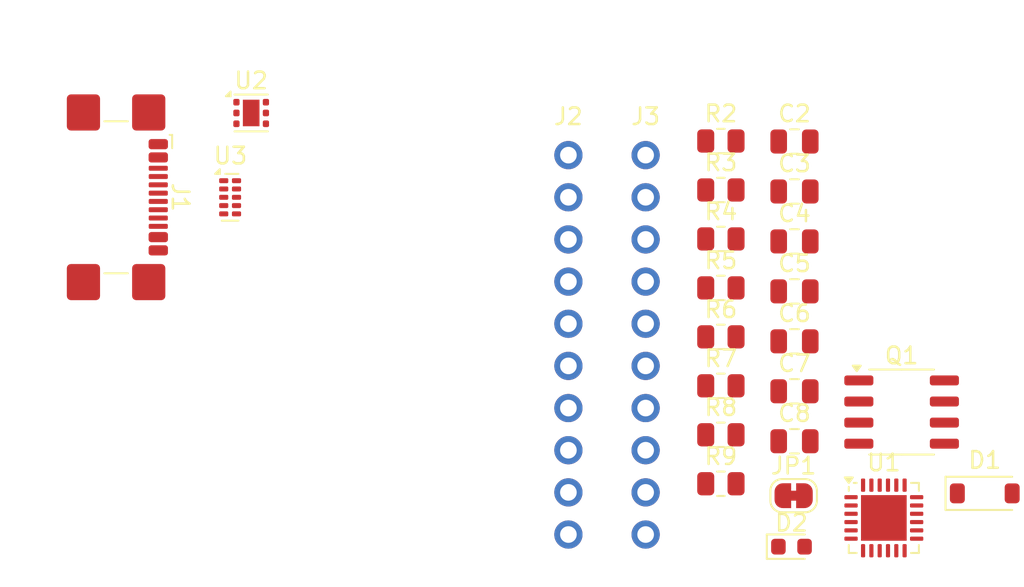
<source format=kicad_pcb>
(kicad_pcb (version 20240108) (generator "pcbnew") (generator_version "8.0")
  (layers (0 "F.Cu" signal) (31 "B.Cu" signal) (34 "B.Paste" user) (35 "F.Paste" user) (36 "B.SilkS" user "B.Silkscreen") (37 "F.SilkS" user "F.Silkscreen") (38 "B.Mask" user) (39 "F.Mask" user) (44 "Edge.Cuts" user))
  (net 0 "")
  (net 1 "VBUS")
  (net 2 "/USB-C Connector and Protection/D-")
  (net 3 "/USB-C Connector and Protection/CC1")
  (net 4 "GND")
  (net 6 "/USB-C Connector and Protection/D+")
  (net 9 "/USB-C Connector and Protection/CC2")
  (net 18 "Net-(C7-Pad2)")
  (net 20 "VBUSOUT")
  (net 26 "VCCD")
  (net 27 "+3V3")
  (net 28 "Net-(D1-K)")
  (net 29 "Net-(D1-A)")
  (net 30 "Net-(D2-A)")
  (net 31 "/Main Sheet/VBUS_FET_EN")
  (net 32 "Net-(D2-K)")
  (net 53 "/Connector/FAULT")
  (net 54 "/Connector/FLIP")
  (net 55 "/Connector/SCL")
  (net 56 "/Connector/SDA")
  (net 57 "/Connector/ISNK_FINE")
  (net 58 "/Connector/ISNK_COARSE")
  (net 59 "/Connector/VBUS_MIN")
  (net 60 "/Connector/VBUS_MAX")
  (footprint "Capacitor_SMD:C_0805_2012Metric" (layer "F.Cu") (at 64.84 36.62)
    (property "Reference" "C6" (at 0 -1.68 0) (layer "F.SilkS"))
    (property "Value" "3u3")
    (fp_line (start -0.261252 -0.735) (end 0.261252 -0.735) (stroke (width 0.12)) (layer "F.SilkS"))
    (fp_line (start -0.261252 0.735) (end 0.261252 0.735) (stroke (width 0.12)) (layer "F.SilkS"))
    (pad "1" smd roundrect (at -0.95 0) (size 1 1.45) (layers "F.Cu" "F.Paste" "F.Mask") (net 1 "VBUS"))
    (pad "2" smd roundrect (at 0.95 0) (size 1 1.45) (layers "F.Cu" "F.Paste" "F.Mask") (net 4 "GND"))
  )
  (footprint "Connector_PinHeader_2.54mm:PinHeader_1x10_P2.54mm_Vertical" (layer "F.Cu") (at 55.88 25.4)
    (property "Reference" "J3" (at 0 -2.33 0) (layer "F.SilkS"))
    (property "Value" "Conn_01x10")
    (pad "1" thru_hole circle (at 0 0) (size 1.7 1.7) (drill 1) (layers "*.Cu" "*.Mask"))
    (pad "2" thru_hole oval (at 0 2.54) (size 1.7 1.7) (drill 1) (layers "*.Cu" "*.Mask"))
    (pad "3" thru_hole oval (at 0 5.08) (size 1.7 1.7) (drill 1) (layers "*.Cu" "*.Mask"))
    (pad "4" thru_hole oval (at 0 7.62) (size 1.7 1.7) (drill 1) (layers "*.Cu" "*.Mask"))
    (pad "5" thru_hole oval (at 0 10.16) (size 1.7 1.7) (drill 1) (layers "*.Cu" "*.Mask"))
    (pad "6" thru_hole oval (at 0 12.7) (size 1.7 1.7) (drill 1) (layers "*.Cu" "*.Mask"))
    (pad "7" thru_hole oval (at 0 15.24) (size 1.7 1.7) (drill 1) (layers "*.Cu" "*.Mask"))
    (pad "8" thru_hole oval (at 0 17.78) (size 1.7 1.7) (drill 1) (layers "*.Cu" "*.Mask"))
    (pad "9" thru_hole oval (at 0 20.32) (size 1.7 1.7) (drill 1) (layers "*.Cu" "*.Mask"))
    (pad "10" thru_hole oval (at 0 22.86) (size 1.7 1.7) (drill 1) (layers "*.Cu" "*.Mask"))
  )
  (footprint "Package_DFN_QFN:QFN-24-1EP_4x4mm_P0.5mm_EP2.75x2.75mm" (layer "F.Cu") (at 70.22 47.26)
    (property "Reference" "U1" (at 0 -3.33 0) (layer "F.SilkS"))
    (property "Value" "CYPD3177-24LQ")
    (fp_line (start -2.11 -1.635) (end -2.11 -1.87) (stroke (width 0.12)) (layer "F.SilkS"))
    (fp_line (start -2.11 2.11) (end -2.11 1.635) (stroke (width 0.12)) (layer "F.SilkS"))
    (fp_line (start -1.635 -2.11) (end -1.81 -2.11) (stroke (width 0.12)) (layer "F.SilkS"))
    (fp_line (start -1.635 2.11) (end -2.11 2.11) (stroke (width 0.12)) (layer "F.SilkS"))
    (fp_line (start 1.635 -2.11) (end 2.11 -2.11) (stroke (width 0.12)) (layer "F.SilkS"))
    (fp_line (start 1.635 2.11) (end 2.11 2.11) (stroke (width 0.12)) (layer "F.SilkS"))
    (fp_line (start 2.11 -2.11) (end 2.11 -1.635) (stroke (width 0.12)) (layer "F.SilkS"))
    (fp_line (start 2.11 2.11) (end 2.11 1.635) (stroke (width 0.12)) (layer "F.SilkS"))
    (fp_poly (pts (xy -2.11 -2.11) (xy -2.35 -2.44) (xy -1.87 -2.44) (xy -2.11 -2.11)) (stroke (width 0.12)) (fill solid) (layer "F.SilkS"))
    (pad "1" smd roundrect (at -1.975 -1.25) (size 0.8 0.25) (layers "F.Cu" "F.Paste" "F.Mask") (net 59 "/Connector/VBUS_MIN"))
    (pad "2" smd roundrect (at -1.975 -0.75) (size 0.8 0.25) (layers "F.Cu" "F.Paste" "F.Mask") (net 60 "/Connector/VBUS_MAX"))
    (pad "3" smd roundrect (at -1.975 -0.25) (size 0.8 0.25) (layers "F.Cu" "F.Paste" "F.Mask") (net 31 "/Main Sheet/VBUS_FET_EN"))
    (pad "4" smd roundrect (at -1.975 0.25) (size 0.8 0.25) (layers "F.Cu" "F.Paste" "F.Mask"))
    (pad "5" smd roundrect (at -1.975 0.75) (size 0.8 0.25) (layers "F.Cu" "F.Paste" "F.Mask") (net 58 "/Connector/ISNK_COARSE"))
    (pad "6" smd roundrect (at -1.975 1.25) (size 0.8 0.25) (layers "F.Cu" "F.Paste" "F.Mask") (net 57 "/Connector/ISNK_FINE"))
    (pad "7" smd roundrect (at -1.25 1.975) (size 0.25 0.8) (layers "F.Cu" "F.Paste" "F.Mask"))
    (pad "8" smd roundrect (at -0.75 1.975) (size 0.25 0.8) (layers "F.Cu" "F.Paste" "F.Mask"))
    (pad "9" smd roundrect (at -0.25 1.975) (size 0.25 0.8) (layers "F.Cu" "F.Paste" "F.Mask") (net 53 "/Connector/FAULT"))
    (pad "10" smd roundrect (at 0.25 1.975) (size 0.25 0.8) (layers "F.Cu" "F.Paste" "F.Mask") (net 54 "/Connector/FLIP"))
    (pad "11" smd roundrect (at 0.75 1.975) (size 0.25 0.8) (layers "F.Cu" "F.Paste" "F.Mask") (net 20 "VBUSOUT"))
    (pad "12" smd roundrect (at 1.25 1.975) (size 0.25 0.8) (layers "F.Cu" "F.Paste" "F.Mask") (net 56 "/Connector/SDA"))
    (pad "13" smd roundrect (at 1.975 1.25) (size 0.8 0.25) (layers "F.Cu" "F.Paste" "F.Mask") (net 55 "/Connector/SCL"))
    (pad "14" smd roundrect (at 1.975 0.75) (size 0.8 0.25) (layers "F.Cu" "F.Paste" "F.Mask") (net 9 "/USB-C Connector and Protection/CC2"))
    (pad "15" smd roundrect (at 1.975 0.25) (size 0.8 0.25) (layers "F.Cu" "F.Paste" "F.Mask") (net 3 "/USB-C Connector and Protection/CC1"))
    (pad "16" smd roundrect (at 1.975 -0.25) (size 0.8 0.25) (layers "F.Cu" "F.Paste" "F.Mask"))
    (pad "17" smd roundrect (at 1.975 -0.75) (size 0.8 0.25) (layers "F.Cu" "F.Paste" "F.Mask"))
    (pad "18" smd roundrect (at 1.975 -1.25) (size 0.8 0.25) (layers "F.Cu" "F.Paste" "F.Mask") (net 1 "VBUS"))
    (pad "19" smd roundrect (at 1.25 -1.975) (size 0.25 0.8) (layers "F.Cu" "F.Paste" "F.Mask") (net 4 "GND"))
    (pad "20" smd roundrect (at 0.75 -1.975) (size 0.25 0.8) (layers "F.Cu" "F.Paste" "F.Mask"))
    (pad "21" smd roundrect (at 0.25 -1.975) (size 0.25 0.8) (layers "F.Cu" "F.Paste" "F.Mask"))
    (pad "22" smd roundrect (at -0.25 -1.975) (size 0.25 0.8) (layers "F.Cu" "F.Paste" "F.Mask") (net 4 "GND"))
    (pad "23" smd roundrect (at -0.75 -1.975) (size 0.25 0.8) (layers "F.Cu" "F.Paste" "F.Mask") (net 27 "+3V3"))
    (pad "24" smd roundrect (at -1.25 -1.975) (size 0.25 0.8) (layers "F.Cu" "F.Paste" "F.Mask") (net 26 "VCCD"))
    (pad "25" smd rect (at 0 0) (size 2.75 2.75) (property pad_prop_heatsink) (layers "F.Cu" "F.Mask") (net 4 "GND"))
  )
  (footprint "Connector_USB:USB_C_Receptacle_GCT_USB4110" (layer "F.Cu") (at 22.86 27.94 -90)
    (property "Reference" "J1" (at 0 -5.015 -90) (layer "F.SilkS"))
    (property "Value" "USB_C_Receptacle_USB2.0_16P")
    (fp_line (start -4.58 -0.435) (end -4.58 -1.845) (stroke (width 0.12)) (layer "F.SilkS"))
    (fp_line (start 4.58 -0.435) (end 4.58 -1.845) (stroke (width 0.12)) (layer "F.SilkS"))
    (fp_line (start -3.76 -4.515) (end -3.76 -4.365) (stroke (width 0.12)) (layer "F.SilkS"))
    (fp_line (start -2.96 -4.515) (end -3.76 -4.515) (stroke (width 0.12)) (layer "F.SilkS"))
    (pad "" np_thru_hole circle (at -2.89 -2.605 270) (size 0.65 0.65) (drill 0.65) (layers "F&B.Cu" "*.Mask"))
    (pad "" np_thru_hole circle (at 2.89 -2.605 270) (size 0.65 0.65) (drill 0.65) (layers "F&B.Cu" "*.Mask"))
    (pad "A1" smd roundrect (at -3.2 -3.68 270) (size 0.6 1.15) (layers "F.Cu" "F.Paste" "F.Mask") (net 4 "GND"))
    (pad "A4" smd roundrect (at -2.4 -3.68 270) (size 0.6 1.15) (layers "F.Cu" "F.Paste" "F.Mask") (net 1 "VBUS"))
    (pad "A5" smd roundrect (at -1.25 -3.68 270) (size 0.3 1.15) (layers "F.Cu" "F.Paste" "F.Mask") (net 3 "/USB-C Connector and Protection/CC1"))
    (pad "A6" smd roundrect (at -0.25 -3.68 270) (size 0.3 1.15) (layers "F.Cu" "F.Paste" "F.Mask") (net 6 "/USB-C Connector and Protection/D+"))
    (pad "A7" smd roundrect (at 0.25 -3.68 270) (size 0.3 1.15) (layers "F.Cu" "F.Paste" "F.Mask") (net 2 "/USB-C Connector and Protection/D-"))
    (pad "A8" smd roundrect (at 1.25 -3.68 270) (size 0.3 1.15) (layers "F.Cu" "F.Paste" "F.Mask"))
    (pad "A9" smd roundrect (at 2.4 -3.68 270) (size 0.6 1.15) (layers "F.Cu" "F.Paste" "F.Mask") (net 1 "VBUS"))
    (pad "A12" smd roundrect (at 3.2 -3.68 270) (size 0.6 1.15) (layers "F.Cu" "F.Paste" "F.Mask") (net 4 "GND"))
    (pad "B1" smd roundrect (at 3.2 -3.68 270) (size 0.6 1.15) (layers "F.Cu" "F.Paste" "F.Mask") (net 4 "GND"))
    (pad "B4" smd roundrect (at 2.4 -3.68 270) (size 0.6 1.15) (layers "F.Cu" "F.Paste" "F.Mask") (net 1 "VBUS"))
    (pad "B5" smd roundrect (at 1.75 -3.68 270) (size 0.3 1.15) (layers "F.Cu" "F.Paste" "F.Mask") (net 9 "/USB-C Connector and Protection/CC2"))
    (pad "B6" smd roundrect (at 0.75 -3.68 270) (size 0.3 1.15) (layers "F.Cu" "F.Paste" "F.Mask") (net 6 "/USB-C Connector and Protection/D+"))
    (pad "B7" smd roundrect (at -0.75 -3.68 270) (size 0.3 1.15) (layers "F.Cu" "F.Paste" "F.Mask") (net 2 "/USB-C Connector and Protection/D-"))
    (pad "B8" smd roundrect (at -1.75 -3.68 270) (size 0.3 1.15) (layers "F.Cu" "F.Paste" "F.Mask"))
    (pad "B9" smd roundrect (at -2.4 -3.68 270) (size 0.6 1.15) (layers "F.Cu" "F.Paste" "F.Mask") (net 1 "VBUS"))
    (pad "B12" smd roundrect (at -3.2 -3.68 270) (size 0.6 1.15) (layers "F.Cu" "F.Paste" "F.Mask") (net 4 "GND"))
    (pad "S1" smd roundrect (at -5.11 -3.105 270) (size 2.18 2) (layers "F.Cu" "F.Paste" "F.Mask") (roundrect_rratio 0.125))
    (pad "S1" smd roundrect (at -5.11 0.825 270) (size 2.18 2) (layers "F.Cu" "F.Paste" "F.Mask") (roundrect_rratio 0.125))
    (pad "S1" smd roundrect (at 5.11 -3.105 270) (size 2.18 2) (layers "F.Cu" "F.Paste" "F.Mask") (roundrect_rratio 0.125))
    (pad "S1" smd roundrect (at 5.11 0.825 270) (size 2.18 2) (layers "F.Cu" "F.Paste" "F.Mask") (roundrect_rratio 0.125))
  )
  (footprint "Capacitor_SMD:C_0805_2012Metric" (layer "F.Cu") (at 64.84 27.59)
    (property "Reference" "C3" (at 0 -1.68 0) (layer "F.SilkS"))
    (property "Value" "1u")
    (fp_line (start -0.261252 -0.735) (end 0.261252 -0.735) (stroke (width 0.12)) (layer "F.SilkS"))
    (fp_line (start -0.261252 0.735) (end 0.261252 0.735) (stroke (width 0.12)) (layer "F.SilkS"))
    (pad "1" smd roundrect (at -0.95 0) (size 1 1.45) (layers "F.Cu" "F.Paste" "F.Mask") (net 27 "+3V3"))
    (pad "2" smd roundrect (at 0.95 0) (size 1 1.45) (layers "F.Cu" "F.Paste" "F.Mask") (net 4 "GND"))
  )
  (footprint "Jumper:SolderJumper-2_P1.3mm_Bridged_RoundedPad1.0x1.5mm" (layer "F.Cu") (at 64.79 45.92)
    (property "Reference" "JP1" (at 0 -1.8 0) (layer "F.SilkS"))
    (property "Value" "SolderJumper_2_Bridged")
    (fp_poly (pts (xy 0.25 -0.3) (xy -0.25 -0.3) (xy -0.25 0.3) (xy 0.25 0.3)) (fill solid) (layer "F.Cu"))
    (fp_line (start -1.4 0.3) (end -1.4 -0.3) (stroke (width 0.12)) (layer "F.SilkS"))
    (fp_line (start -0.7 -1) (end 0.7 -1) (stroke (width 0.12)) (layer "F.SilkS"))
    (fp_line (start 0.7 1) (end -0.7 1) (stroke (width 0.12)) (layer "F.SilkS"))
    (fp_line (start 1.4 -0.3) (end 1.4 0.3) (stroke (width 0.12)) (layer "F.SilkS"))
    (fp_arc (start -1.4 -0.3) (mid -1.194975 -0.794975) (end -0.7 -1) (stroke (width 0.12)) (layer "F.SilkS"))
    (fp_arc (start -0.7 1) (mid -1.194975 0.794975) (end -1.4 0.3) (stroke (width 0.12)) (layer "F.SilkS"))
    (fp_arc (start 0.7 -1) (mid 1.194975 -0.794975) (end 1.4 -0.3) (stroke (width 0.12)) (layer "F.SilkS"))
    (fp_arc (start 1.4 0.3) (mid 1.194975 0.794975) (end 0.7 1) (stroke (width 0.12)) (layer "F.SilkS"))
    (pad "1" smd custom (at -0.65 0) (size 1 0.5) (layers "F.Cu" "F.Mask") (net 32 "Net-(D2-K)") (options (clearance outline) (anchor rect)) (primitives (gr_circle (center 0 0.25) (end 0.5 0.25) (width 0) (fill yes)) (gr_circle (center 0 -0.25) (end 0.5 -0.25) (width 0) (fill yes)) (gr_poly (pts (xy 0.5 0.75) (xy 0 0.75) (xy 0 -0.75) (xy 0.5 -0.75)) (width 0) (fill yes))))
    (pad "2" smd custom (at 0.65 0) (size 1 0.5) (layers "F.Cu" "F.Mask") (net 53 "/Connector/FAULT") (options (clearance outline) (anchor rect)) (primitives (gr_circle (center 0 0.25) (end 0.5 0.25) (width 0) (fill yes)) (gr_circle (center 0 -0.25) (end 0.5 -0.25) (width 0) (fill yes)) (gr_poly (pts (xy 0 0.75) (xy -0.5 0.75) (xy -0.5 -0.75) (xy 0 -0.75)) (width 0) (fill yes))))
  )
  (footprint "Diode_SMD:D_SOD-123" (layer "F.Cu") (at 76.295 45.78)
    (property "Reference" "D1" (at 0 -2 0) (layer "F.SilkS"))
    (property "Value" "D")
    (fp_line (start -2.36 -1) (end -2.36 1) (stroke (width 0.12)) (layer "F.SilkS"))
    (fp_line (start -2.36 -1) (end 1.65 -1) (stroke (width 0.12)) (layer "F.SilkS"))
    (fp_line (start -2.36 1) (end 1.65 1) (stroke (width 0.12)) (layer "F.SilkS"))
    (pad "1" smd roundrect (at -1.65 0) (size 0.9 1.2) (layers "F.Cu" "F.Paste" "F.Mask") (net 28 "Net-(D1-K)"))
    (pad "2" smd roundrect (at 1.65 0) (size 0.9 1.2) (layers "F.Cu" "F.Paste" "F.Mask") (net 29 "Net-(D1-A)"))
  )
  (footprint "Resistor_SMD:R_0805_2012Metric" (layer "F.Cu") (at 60.41 45.2)
    (property "Reference" "R9" (at 0 -1.65 0) (layer "F.SilkS"))
    (property "Value" "270R")
    (fp_line (start -0.227064 -0.735) (end 0.227064 -0.735) (stroke (width 0.12)) (layer "F.SilkS"))
    (fp_line (start -0.227064 0.735) (end 0.227064 0.735) (stroke (width 0.12)) (layer "F.SilkS"))
    (pad "1" smd roundrect (at -0.9125 0) (size 1.025 1.4) (layers "F.Cu" "F.Paste" "F.Mask") (roundrect_rratio 0.243902) (net 30 "Net-(D2-A)"))
    (pad "2" smd roundrect (at 0.9125 0) (size 1.025 1.4) (layers "F.Cu" "F.Paste" "F.Mask") (roundrect_rratio 0.243902) (net 27 "+3V3"))
  )
  (footprint "Resistor_SMD:R_0805_2012Metric" (layer "F.Cu") (at 60.41 27.5)
    (property "Reference" "R3" (at 0 -1.65 0) (layer "F.SilkS"))
    (property "Value" "5k1")
    (fp_line (start -0.227064 -0.735) (end 0.227064 -0.735) (stroke (width 0.12)) (layer "F.SilkS"))
    (fp_line (start -0.227064 0.735) (end 0.227064 0.735) (stroke (width 0.12)) (layer "F.SilkS"))
    (pad "1" smd roundrect (at -0.9125 0) (size 1.025 1.4) (layers "F.Cu" "F.Paste" "F.Mask") (roundrect_rratio 0.243902) (net 27 "+3V3"))
    (pad "2" smd roundrect (at 0.9125 0) (size 1.025 1.4) (layers "F.Cu" "F.Paste" "F.Mask") (roundrect_rratio 0.243902) (net 55 "/Connector/SCL"))
  )
  (footprint "Capacitor_SMD:C_0805_2012Metric" (layer "F.Cu") (at 64.84 42.64)
    (property "Reference" "C8" (at 0 -1.68 0) (layer "F.SilkS"))
    (property "Value" "1u")
    (fp_line (start -0.261252 -0.735) (end 0.261252 -0.735) (stroke (width 0.12)) (layer "F.SilkS"))
    (fp_line (start -0.261252 0.735) (end 0.261252 0.735) (stroke (width 0.12)) (layer "F.SilkS"))
    (pad "1" smd roundrect (at -0.95 0) (size 1 1.45) (layers "F.Cu" "F.Paste" "F.Mask") (net 20 "VBUSOUT"))
    (pad "2" smd roundrect (at 0.95 0) (size 1 1.45) (layers "F.Cu" "F.Paste" "F.Mask") (net 4 "GND"))
  )
  (footprint "Capacitor_SMD:C_0805_2012Metric" (layer "F.Cu") (at 64.84 24.58)
    (property "Reference" "C2" (at 0 -1.68 0) (layer "F.SilkS"))
    (property "Value" "1u")
    (fp_line (start -0.261252 -0.735) (end 0.261252 -0.735) (stroke (width 0.12)) (layer "F.SilkS"))
    (fp_line (start -0.261252 0.735) (end 0.261252 0.735) (stroke (width 0.12)) (layer "F.SilkS"))
    (pad "1" smd roundrect (at -0.95 0) (size 1 1.45) (layers "F.Cu" "F.Paste" "F.Mask") (net 26 "VCCD"))
    (pad "2" smd roundrect (at 0.95 0) (size 1 1.45) (layers "F.Cu" "F.Paste" "F.Mask") (net 4 "GND"))
  )
  (footprint "Package_SO:SO-8_3.9x4.9mm_P1.27mm" (layer "F.Cu") (at 71.29 40.88)
    (property "Reference" "Q1" (at 0 -3.4 0) (layer "F.SilkS"))
    (property "Value" "IRF7328TRPBF")
    (fp_line (start 0 -2.56) (end -1.95 -2.56) (stroke (width 0.12)) (layer "F.SilkS"))
    (fp_line (start 0 -2.56) (end 1.95 -2.56) (stroke (width 0.12)) (layer "F.SilkS"))
    (fp_line (start 0 2.56) (end -1.95 2.56) (stroke (width 0.12)) (layer "F.SilkS"))
    (fp_line (start 0 2.56) (end 1.95 2.56) (stroke (width 0.12)) (layer "F.SilkS"))
    (fp_poly (pts (xy -2.7 -2.465) (xy -2.94 -2.795) (xy -2.46 -2.795) (xy -2.7 -2.465)) (stroke (width 0.12)) (fill solid) (layer "F.SilkS"))
    (pad "1" smd roundrect (at -2.575 -1.905) (size 1.75 0.6) (layers "F.Cu" "F.Paste" "F.Mask") (net 28 "Net-(D1-K)"))
    (pad "2" smd roundrect (at -2.575 -0.635) (size 1.75 0.6) (layers "F.Cu" "F.Paste" "F.Mask") (net 29 "Net-(D1-A)"))
    (pad "3" smd roundrect (at -2.575 0.635) (size 1.75 0.6) (layers "F.Cu" "F.Paste" "F.Mask") (net 28 "Net-(D1-K)"))
    (pad "4" smd roundrect (at -2.575 1.905) (size 1.75 0.6) (layers "F.Cu" "F.Paste" "F.Mask") (net 29 "Net-(D1-A)"))
    (pad "5" smd roundrect (at 2.575 1.905) (size 1.75 0.6) (layers "F.Cu" "F.Paste" "F.Mask") (net 20 "VBUSOUT"))
    (pad "6" smd roundrect (at 2.575 0.635) (size 1.75 0.6) (layers "F.Cu" "F.Paste" "F.Mask") (net 20 "VBUSOUT"))
    (pad "7" smd roundrect (at 2.575 -0.635) (size 1.75 0.6) (layers "F.Cu" "F.Paste" "F.Mask") (net 1 "VBUS"))
    (pad "8" smd roundrect (at 2.575 -1.905) (size 1.75 0.6) (layers "F.Cu" "F.Paste" "F.Mask") (net 1 "VBUS"))
  )
  (footprint "Resistor_SMD:R_0805_2012Metric" (layer "F.Cu") (at 60.41 42.25)
    (property "Reference" "R8" (at 0 -1.65 0) (layer "F.SilkS"))
    (property "Value" "1k")
    (fp_line (start -0.227064 -0.735) (end 0.227064 -0.735) (stroke (width 0.12)) (layer "F.SilkS"))
    (fp_line (start -0.227064 0.735) (end 0.227064 0.735) (stroke (width 0.12)) (layer "F.SilkS"))
    (pad "1" smd roundrect (at -0.9125 0) (size 1.025 1.4) (layers "F.Cu" "F.Paste" "F.Mask") (roundrect_rratio 0.243902) (net 18 "Net-(C7-Pad2)"))
    (pad "2" smd roundrect (at 0.9125 0) (size 1.025 1.4) (layers "F.Cu" "F.Paste" "F.Mask") (roundrect_rratio 0.243902) (net 31 "/Main Sheet/VBUS_FET_EN"))
  )
  (footprint "Package_SON:WSON-6-1EP_2x2mm_P0.65mm_EP1x1.6mm" (layer "F.Cu") (at 32.1325 22.86)
    (property "Reference" "U2" (at 0 -1.95 0) (layer "F.SilkS"))
    (property "Value" "TVS2200DRV")
    (fp_line (start -1 -1.11) (end 1 -1.11) (stroke (width 0.12)) (layer "F.SilkS"))
    (fp_line (start -1 1.11) (end 1 1.11) (stroke (width 0.12)) (layer "F.SilkS"))
    (fp_poly (pts (xy -1.24 -1.01) (xy -1.52 -1.01) (xy -1.24 -1.29) (xy -1.24 -1.01)) (stroke (width 0.12)) (fill solid) (layer "F.SilkS"))
    (pad "1" smd roundrect (at -0.8875 -0.65) (size 0.375 0.4) (layers "F.Cu" "F.Paste" "F.Mask") (net 4 "GND"))
    (pad "2" smd roundrect (at -0.8875 0) (size 0.375 0.4) (layers "F.Cu" "F.Paste" "F.Mask") (net 4 "GND"))
    (pad "3" smd roundrect (at -0.8875 0.65) (size 0.375 0.4) (layers "F.Cu" "F.Paste" "F.Mask") (net 4 "GND"))
    (pad "4" smd roundrect (at 0.8875 0.65) (size 0.375 0.4) (layers "F.Cu" "F.Paste" "F.Mask") (net 1 "VBUS"))
    (pad "5" smd roundrect (at 0.8875 0) (size 0.375 0.4) (layers "F.Cu" "F.Paste" "F.Mask") (net 1 "VBUS"))
    (pad "6" smd roundrect (at 0.8875 -0.65) (size 0.375 0.4) (layers "F.Cu" "F.Paste" "F.Mask") (net 1 "VBUS"))
    (pad "7" smd rect (at 0 0) (size 1 1.6) (property pad_prop_heatsink) (layers "F.Cu" "F.Mask") (net 4 "GND"))
  )
  (footprint "LED_SMD:LED_0603_1608Metric" (layer "F.Cu") (at 64.66 48.99)
    (property "Reference" "D2" (at 0 -1.43 0) (layer "F.SilkS"))
    (property "Value" "gr")
    (fp_line (start -1.485 -0.735) (end -1.485 0.735) (stroke (width 0.12)) (layer "F.SilkS"))
    (fp_line (start -1.485 0.735) (end 0.8 0.735) (stroke (width 0.12)) (layer "F.SilkS"))
    (fp_line (start 0.8 -0.735) (end -1.485 -0.735) (stroke (width 0.12)) (layer "F.SilkS"))
    (pad "1" smd roundrect (at -0.7875 0) (size 0.875 0.95) (layers "F.Cu" "F.Paste" "F.Mask") (net 32 "Net-(D2-K)"))
    (pad "2" smd roundrect (at 0.7875 0) (size 0.875 0.95) (layers "F.Cu" "F.Paste" "F.Mask") (net 30 "Net-(D2-A)"))
  )
  (footprint "Capacitor_SMD:C_0805_2012Metric" (layer "F.Cu") (at 64.84 33.61)
    (property "Reference" "C5" (at 0 -1.68 0) (layer "F.SilkS"))
    (property "Value" "100n")
    (fp_line (start -0.261252 -0.735) (end 0.261252 -0.735) (stroke (width 0.12)) (layer "F.SilkS"))
    (fp_line (start -0.261252 0.735) (end 0.261252 0.735) (stroke (width 0.12)) (layer "F.SilkS"))
    (pad "1" smd roundrect (at -0.95 0) (size 1 1.45) (layers "F.Cu" "F.Paste" "F.Mask") (net 27 "+3V3"))
    (pad "2" smd roundrect (at 0.95 0) (size 1 1.45) (layers "F.Cu" "F.Paste" "F.Mask") (net 4 "GND"))
  )
  (footprint "Capacitor_SMD:C_0805_2012Metric" (layer "F.Cu") (at 64.84 30.6)
    (property "Reference" "C4" (at 0 -1.68 0) (layer "F.SilkS"))
    (property "Value" "100n")
    (fp_line (start -0.261252 -0.735) (end 0.261252 -0.735) (stroke (width 0.12)) (layer "F.SilkS"))
    (fp_line (start -0.261252 0.735) (end 0.261252 0.735) (stroke (width 0.12)) (layer "F.SilkS"))
    (pad "1" smd roundrect (at -0.95 0) (size 1 1.45) (layers "F.Cu" "F.Paste" "F.Mask") (net 27 "+3V3"))
    (pad "2" smd roundrect (at 0.95 0) (size 1 1.45) (layers "F.Cu" "F.Paste" "F.Mask") (net 4 "GND"))
  )
  (footprint "Resistor_SMD:R_0805_2012Metric" (layer "F.Cu") (at 60.41 36.35)
    (property "Reference" "R6" (at 0 -1.65 0) (layer "F.SilkS"))
    (property "Value" "10k")
    (fp_line (start -0.227064 -0.735) (end 0.227064 -0.735) (stroke (width 0.12)) (layer "F.SilkS"))
    (fp_line (start -0.227064 0.735) (end 0.227064 0.735) (stroke (width 0.12)) (layer "F.SilkS"))
    (pad "1" smd roundrect (at -0.9125 0) (size 1.025 1.4) (layers "F.Cu" "F.Paste" "F.Mask") (roundrect_rratio 0.243902) (net 1 "VBUS"))
    (pad "2" smd roundrect (at 0.9125 0) (size 1.025 1.4) (layers "F.Cu" "F.Paste" "F.Mask") (roundrect_rratio 0.243902) (net 18 "Net-(C7-Pad2)"))
  )
  (footprint "Capacitor_SMD:C_0805_2012Metric" (layer "F.Cu") (at 64.84 39.63)
    (property "Reference" "C7" (at 0 -1.68 0) (layer "F.SilkS"))
    (property "Value" "1u")
    (fp_line (start -0.261252 -0.735) (end 0.261252 -0.735) (stroke (width 0.12)) (layer "F.SilkS"))
    (fp_line (start -0.261252 0.735) (end 0.261252 0.735) (stroke (width 0.12)) (layer "F.SilkS"))
    (pad "1" smd roundrect (at -0.95 0) (size 1 1.45) (layers "F.Cu" "F.Paste" "F.Mask") (net 1 "VBUS"))
    (pad "2" smd roundrect (at 0.95 0) (size 1 1.45) (layers "F.Cu" "F.Paste" "F.Mask") (net 18 "Net-(C7-Pad2)"))
  )
  (footprint "Resistor_SMD:R_0805_2012Metric" (layer "F.Cu") (at 60.41 30.45)
    (property "Reference" "R4" (at 0 -1.65 0) (layer "F.SilkS"))
    (property "Value" "5k1")
    (fp_line (start -0.227064 -0.735) (end 0.227064 -0.735) (stroke (width 0.12)) (layer "F.SilkS"))
    (fp_line (start -0.227064 0.735) (end 0.227064 0.735) (stroke (width 0.12)) (layer "F.SilkS"))
    (pad "1" smd roundrect (at -0.9125 0) (size 1.025 1.4) (layers "F.Cu" "F.Paste" "F.Mask") (roundrect_rratio 0.243902) (net 27 "+3V3"))
    (pad "2" smd roundrect (at 0.9125 0) (size 1.025 1.4) (layers "F.Cu" "F.Paste" "F.Mask") (roundrect_rratio 0.243902) (net 56 "/Connector/SDA"))
  )
  (footprint "Resistor_SMD:R_0805_2012Metric" (layer "F.Cu") (at 60.41 39.3)
    (property "Reference" "R7" (at 0 -1.65 0) (layer "F.SilkS"))
    (property "Value" "0R")
    (fp_line (start -0.227064 -0.735) (end 0.227064 -0.735) (stroke (width 0.12)) (layer "F.SilkS"))
    (fp_line (start -0.227064 0.735) (end 0.227064 0.735) (stroke (width 0.12)) (layer "F.SilkS"))
    (pad "1" smd roundrect (at -0.9125 0) (size 1.025 1.4) (layers "F.Cu" "F.Paste" "F.Mask") (roundrect_rratio 0.243902) (net 29 "Net-(D1-A)"))
    (pad "2" smd roundrect (at 0.9125 0) (size 1.025 1.4) (layers "F.Cu" "F.Paste" "F.Mask") (roundrect_rratio 0.243902) (net 18 "Net-(C7-Pad2)"))
  )
  (footprint "Package_SON:USON-10_2.5x1.0mm_P0.5mm" (layer "F.Cu") (at 30.865 27.94)
    (property "Reference" "U3" (at 0.01829 -2.5 0) (layer "F.SilkS"))
    (property "Value" "TPD4E02B04DQA")
    (fp_line (start 0.5 -1.41) (end -0.29 -1.41) (stroke (width 0.12)) (layer "F.SilkS"))
    (fp_line (start 0.5 1.41) (end -0.5 1.41) (stroke (width 0.12)) (layer "F.SilkS"))
    (fp_poly (pts (xy -0.62 -1.41) (xy -0.9 -1.41) (xy -0.62 -1.69) (xy -0.62 -1.41)) (stroke (width 0.12)) (fill solid) (layer "F.SilkS"))
    (pad "1" smd roundrect (at -0.385 -1 270) (size 0.3 0.55) (layers "F.Cu" "F.Paste" "F.Mask") (net 3 "/USB-C Connector and Protection/CC1"))
    (pad "2" smd roundrect (at -0.385 -0.5 270) (size 0.3 0.55) (layers "F.Cu" "F.Paste" "F.Mask") (net 2 "/USB-C Connector and Protection/D-"))
    (pad "3" smd roundrect (at -0.385 0 270) (size 0.3 0.55) (layers "F.Cu" "F.Paste" "F.Mask") (net 4 "GND"))
    (pad "4" smd roundrect (at -0.385 0.5 270) (size 0.3 0.55) (layers "F.Cu" "F.Paste" "F.Mask") (net 6 "/USB-C Connector and Protection/D+"))
    (pad "5" smd roundrect (at -0.385 1 270) (size 0.3 0.55) (layers "F.Cu" "F.Paste" "F.Mask") (net 9 "/USB-C Connector and Protection/CC2"))
    (pad "6" smd roundrect (at 0.385 1 270) (size 0.3 0.55) (layers "F.Cu" "F.Paste" "F.Mask"))
    (pad "7" smd roundrect (at 0.385 0.5 270) (size 0.3 0.55) (layers "F.Cu" "F.Paste" "F.Mask"))
    (pad "8" smd roundrect (at 0.385 0 270) (size 0.3 0.55) (layers "F.Cu" "F.Paste" "F.Mask") (net 4 "GND"))
    (pad "9" smd roundrect (at 0.385 -0.5 270) (size 0.3 0.55) (layers "F.Cu" "F.Paste" "F.Mask"))
    (pad "10" smd roundrect (at 0.385 -1 270) (size 0.3 0.55) (layers "F.Cu" "F.Paste" "F.Mask"))
  )
  (footprint "Resistor_SMD:R_0805_2012Metric" (layer "F.Cu") (at 60.41 24.55)
    (property "Reference" "R2" (at 0 -1.65 0) (layer "F.SilkS"))
    (property "Value" "5k1")
    (fp_line (start -0.227064 -0.735) (end 0.227064 -0.735) (stroke (width 0.12)) (layer "F.SilkS"))
    (fp_line (start -0.227064 0.735) (end 0.227064 0.735) (stroke (width 0.12)) (layer "F.SilkS"))
    (pad "1" smd roundrect (at -0.9125 0) (size 1.025 1.4) (layers "F.Cu" "F.Paste" "F.Mask") (roundrect_rratio 0.243902) (net 27 "+3V3"))
    (pad "2" smd roundrect (at 0.9125 0) (size 1.025 1.4) (layers "F.Cu" "F.Paste" "F.Mask") (roundrect_rratio 0.243902) (net 54 "/Connector/FLIP"))
  )
  (footprint "Resistor_SMD:R_0805_2012Metric" (layer "F.Cu") (at 60.41 33.4)
    (property "Reference" "R5" (at 0 -1.65 0) (layer "F.SilkS"))
    (property "Value" "47k")
    (fp_line (start -0.227064 -0.735) (end 0.227064 -0.735) (stroke (width 0.12)) (layer "F.SilkS"))
    (fp_line (start -0.227064 0.735) (end 0.227064 0.735) (stroke (width 0.12)) (layer "F.SilkS"))
    (pad "1" smd roundrect (at -0.9125 0) (size 1.025 1.4) (layers "F.Cu" "F.Paste" "F.Mask") (roundrect_rratio 0.243902) (net 28 "Net-(D1-K)"))
    (pad "2" smd roundrect (at 0.9125 0) (size 1.025 1.4) (layers "F.Cu" "F.Paste" "F.Mask") (roundrect_rratio 0.243902) (net 29 "Net-(D1-A)"))
  )
  (footprint "Connector_PinHeader_2.54mm:PinHeader_1x10_P2.54mm_Vertical" (layer "F.Cu") (at 51.23 25.4)
    (property "Reference" "J2" (at 0 -2.33 0) (layer "F.SilkS"))
    (property "Value" "Conn_01x10")
    (pad "1" thru_hole circle (at 0 0) (size 1.7 1.7) (drill 1) (layers "*.Cu" "*.Mask"))
    (pad "2" thru_hole oval (at 0 2.54) (size 1.7 1.7) (drill 1) (layers "*.Cu" "*.Mask"))
    (pad "3" thru_hole oval (at 0 5.08) (size 1.7 1.7) (drill 1) (layers "*.Cu" "*.Mask"))
    (pad "4" thru_hole oval (at 0 7.62) (size 1.7 1.7) (drill 1) (layers "*.Cu" "*.Mask"))
    (pad "5" thru_hole oval (at 0 10.16) (size 1.7 1.7) (drill 1) (layers "*.Cu" "*.Mask"))
    (pad "6" thru_hole oval (at 0 12.7) (size 1.7 1.7) (drill 1) (layers "*.Cu" "*.Mask"))
    (pad "7" thru_hole oval (at 0 15.24) (size 1.7 1.7) (drill 1) (layers "*.Cu" "*.Mask"))
    (pad "8" thru_hole oval (at 0 17.78) (size 1.7 1.7) (drill 1) (layers "*.Cu" "*.Mask"))
    (pad "9" thru_hole oval (at 0 20.32) (size 1.7 1.7) (drill 1) (layers "*.Cu" "*.Mask"))
    (pad "10" thru_hole oval (at 0 22.86) (size 1.7 1.7) (drill 1) (layers "*.Cu" "*.Mask"))
  )
)
</source>
